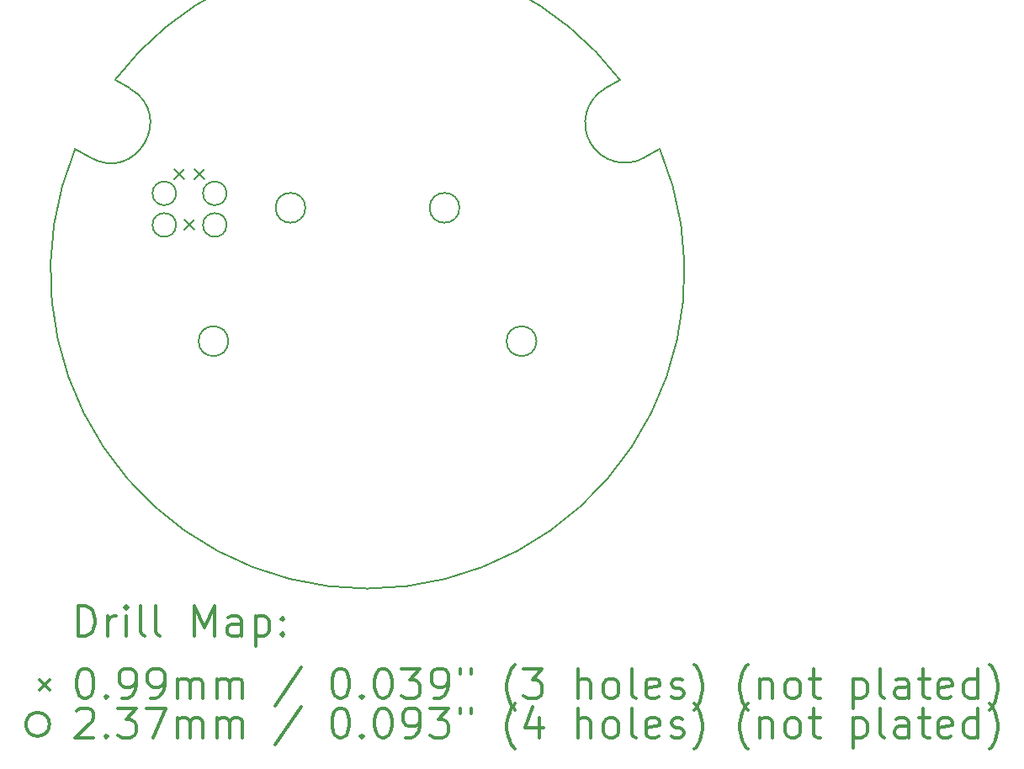
<source format=gbr>
%FSLAX45Y45*%
G04 Gerber Fmt 4.5, Leading zero omitted, Abs format (unit mm)*
G04 Created by KiCad (PCBNEW (5.1.9)-1) date 2024-04-03 16:14:29*
%MOMM*%
%LPD*%
G01*
G04 APERTURE LIST*
%TA.AperFunction,Profile*%
%ADD10C,0.200000*%
%TD*%
%ADD11C,0.200000*%
%ADD12C,0.300000*%
G04 APERTURE END LIST*
D10*
X13512283Y-4923818D02*
G75*
G02*
X18593916Y-4923818I2540816J-1928821D01*
G01*
X18842516Y-5704050D02*
G75*
G02*
X18442516Y-5011229I-200000J346410D01*
G01*
X18993916Y-5616638D02*
X18842516Y-5704049D01*
X14653100Y-7552639D02*
G75*
G03*
X14653100Y-7552639I-150000J0D01*
G01*
X17753100Y-7552639D02*
G75*
G03*
X17753100Y-7552639I-150000J0D01*
G01*
X16978100Y-6210300D02*
G75*
G03*
X16978100Y-6210300I-150000J0D01*
G01*
X15428100Y-6210300D02*
G75*
G03*
X15428100Y-6210300I-150000J0D01*
G01*
X18442516Y-5011229D02*
X18593916Y-4923818D01*
X13512283Y-4923818D02*
X13663684Y-5011229D01*
X18993916Y-5616638D02*
G75*
G02*
X13112283Y-5616638I-2940816J-1236001D01*
G01*
X13263684Y-5704049D02*
X13112283Y-5616638D01*
X13663684Y-5011229D02*
G75*
G02*
X13263684Y-5704049I-200000J-346410D01*
G01*
D11*
X14111270Y-5825209D02*
X14210330Y-5924269D01*
X14210330Y-5825209D02*
X14111270Y-5924269D01*
X14212870Y-6333209D02*
X14311930Y-6432269D01*
X14311930Y-6333209D02*
X14212870Y-6432269D01*
X14314470Y-5825209D02*
X14413530Y-5924269D01*
X14413530Y-5825209D02*
X14314470Y-5924269D01*
X14127145Y-6065239D02*
G75*
G03*
X14127145Y-6065239I-118745J0D01*
G01*
X14127145Y-6382739D02*
G75*
G03*
X14127145Y-6382739I-118745J0D01*
G01*
X14635145Y-6065239D02*
G75*
G03*
X14635145Y-6065239I-118745J0D01*
G01*
X14635145Y-6382739D02*
G75*
G03*
X14635145Y-6382739I-118745J0D01*
G01*
D12*
X13139528Y-10518354D02*
X13139528Y-10218354D01*
X13210957Y-10218354D01*
X13253814Y-10232639D01*
X13282386Y-10261211D01*
X13296671Y-10289782D01*
X13310957Y-10346925D01*
X13310957Y-10389782D01*
X13296671Y-10446925D01*
X13282386Y-10475496D01*
X13253814Y-10504068D01*
X13210957Y-10518354D01*
X13139528Y-10518354D01*
X13439528Y-10518354D02*
X13439528Y-10318354D01*
X13439528Y-10375496D02*
X13453814Y-10346925D01*
X13468100Y-10332639D01*
X13496671Y-10318354D01*
X13525243Y-10318354D01*
X13625243Y-10518354D02*
X13625243Y-10318354D01*
X13625243Y-10218354D02*
X13610957Y-10232639D01*
X13625243Y-10246925D01*
X13639528Y-10232639D01*
X13625243Y-10218354D01*
X13625243Y-10246925D01*
X13810957Y-10518354D02*
X13782386Y-10504068D01*
X13768100Y-10475496D01*
X13768100Y-10218354D01*
X13968100Y-10518354D02*
X13939528Y-10504068D01*
X13925243Y-10475496D01*
X13925243Y-10218354D01*
X14310957Y-10518354D02*
X14310957Y-10218354D01*
X14410957Y-10432639D01*
X14510957Y-10218354D01*
X14510957Y-10518354D01*
X14782386Y-10518354D02*
X14782386Y-10361211D01*
X14768100Y-10332639D01*
X14739528Y-10318354D01*
X14682386Y-10318354D01*
X14653814Y-10332639D01*
X14782386Y-10504068D02*
X14753814Y-10518354D01*
X14682386Y-10518354D01*
X14653814Y-10504068D01*
X14639528Y-10475496D01*
X14639528Y-10446925D01*
X14653814Y-10418354D01*
X14682386Y-10404068D01*
X14753814Y-10404068D01*
X14782386Y-10389782D01*
X14925243Y-10318354D02*
X14925243Y-10618354D01*
X14925243Y-10332639D02*
X14953814Y-10318354D01*
X15010957Y-10318354D01*
X15039528Y-10332639D01*
X15053814Y-10346925D01*
X15068100Y-10375496D01*
X15068100Y-10461211D01*
X15053814Y-10489782D01*
X15039528Y-10504068D01*
X15010957Y-10518354D01*
X14953814Y-10518354D01*
X14925243Y-10504068D01*
X15196671Y-10489782D02*
X15210957Y-10504068D01*
X15196671Y-10518354D01*
X15182386Y-10504068D01*
X15196671Y-10489782D01*
X15196671Y-10518354D01*
X15196671Y-10332639D02*
X15210957Y-10346925D01*
X15196671Y-10361211D01*
X15182386Y-10346925D01*
X15196671Y-10332639D01*
X15196671Y-10361211D01*
X12754040Y-10963109D02*
X12853100Y-11062169D01*
X12853100Y-10963109D02*
X12754040Y-11062169D01*
X13196671Y-10848354D02*
X13225243Y-10848354D01*
X13253814Y-10862639D01*
X13268100Y-10876925D01*
X13282386Y-10905496D01*
X13296671Y-10962639D01*
X13296671Y-11034068D01*
X13282386Y-11091211D01*
X13268100Y-11119782D01*
X13253814Y-11134068D01*
X13225243Y-11148354D01*
X13196671Y-11148354D01*
X13168100Y-11134068D01*
X13153814Y-11119782D01*
X13139528Y-11091211D01*
X13125243Y-11034068D01*
X13125243Y-10962639D01*
X13139528Y-10905496D01*
X13153814Y-10876925D01*
X13168100Y-10862639D01*
X13196671Y-10848354D01*
X13425243Y-11119782D02*
X13439528Y-11134068D01*
X13425243Y-11148354D01*
X13410957Y-11134068D01*
X13425243Y-11119782D01*
X13425243Y-11148354D01*
X13582386Y-11148354D02*
X13639528Y-11148354D01*
X13668100Y-11134068D01*
X13682386Y-11119782D01*
X13710957Y-11076925D01*
X13725243Y-11019782D01*
X13725243Y-10905496D01*
X13710957Y-10876925D01*
X13696671Y-10862639D01*
X13668100Y-10848354D01*
X13610957Y-10848354D01*
X13582386Y-10862639D01*
X13568100Y-10876925D01*
X13553814Y-10905496D01*
X13553814Y-10976925D01*
X13568100Y-11005496D01*
X13582386Y-11019782D01*
X13610957Y-11034068D01*
X13668100Y-11034068D01*
X13696671Y-11019782D01*
X13710957Y-11005496D01*
X13725243Y-10976925D01*
X13868100Y-11148354D02*
X13925243Y-11148354D01*
X13953814Y-11134068D01*
X13968100Y-11119782D01*
X13996671Y-11076925D01*
X14010957Y-11019782D01*
X14010957Y-10905496D01*
X13996671Y-10876925D01*
X13982386Y-10862639D01*
X13953814Y-10848354D01*
X13896671Y-10848354D01*
X13868100Y-10862639D01*
X13853814Y-10876925D01*
X13839528Y-10905496D01*
X13839528Y-10976925D01*
X13853814Y-11005496D01*
X13868100Y-11019782D01*
X13896671Y-11034068D01*
X13953814Y-11034068D01*
X13982386Y-11019782D01*
X13996671Y-11005496D01*
X14010957Y-10976925D01*
X14139528Y-11148354D02*
X14139528Y-10948354D01*
X14139528Y-10976925D02*
X14153814Y-10962639D01*
X14182386Y-10948354D01*
X14225243Y-10948354D01*
X14253814Y-10962639D01*
X14268100Y-10991211D01*
X14268100Y-11148354D01*
X14268100Y-10991211D02*
X14282386Y-10962639D01*
X14310957Y-10948354D01*
X14353814Y-10948354D01*
X14382386Y-10962639D01*
X14396671Y-10991211D01*
X14396671Y-11148354D01*
X14539528Y-11148354D02*
X14539528Y-10948354D01*
X14539528Y-10976925D02*
X14553814Y-10962639D01*
X14582386Y-10948354D01*
X14625243Y-10948354D01*
X14653814Y-10962639D01*
X14668100Y-10991211D01*
X14668100Y-11148354D01*
X14668100Y-10991211D02*
X14682386Y-10962639D01*
X14710957Y-10948354D01*
X14753814Y-10948354D01*
X14782386Y-10962639D01*
X14796671Y-10991211D01*
X14796671Y-11148354D01*
X15382386Y-10834068D02*
X15125243Y-11219782D01*
X15768100Y-10848354D02*
X15796671Y-10848354D01*
X15825243Y-10862639D01*
X15839528Y-10876925D01*
X15853814Y-10905496D01*
X15868100Y-10962639D01*
X15868100Y-11034068D01*
X15853814Y-11091211D01*
X15839528Y-11119782D01*
X15825243Y-11134068D01*
X15796671Y-11148354D01*
X15768100Y-11148354D01*
X15739528Y-11134068D01*
X15725243Y-11119782D01*
X15710957Y-11091211D01*
X15696671Y-11034068D01*
X15696671Y-10962639D01*
X15710957Y-10905496D01*
X15725243Y-10876925D01*
X15739528Y-10862639D01*
X15768100Y-10848354D01*
X15996671Y-11119782D02*
X16010957Y-11134068D01*
X15996671Y-11148354D01*
X15982386Y-11134068D01*
X15996671Y-11119782D01*
X15996671Y-11148354D01*
X16196671Y-10848354D02*
X16225243Y-10848354D01*
X16253814Y-10862639D01*
X16268100Y-10876925D01*
X16282386Y-10905496D01*
X16296671Y-10962639D01*
X16296671Y-11034068D01*
X16282386Y-11091211D01*
X16268100Y-11119782D01*
X16253814Y-11134068D01*
X16225243Y-11148354D01*
X16196671Y-11148354D01*
X16168100Y-11134068D01*
X16153814Y-11119782D01*
X16139528Y-11091211D01*
X16125243Y-11034068D01*
X16125243Y-10962639D01*
X16139528Y-10905496D01*
X16153814Y-10876925D01*
X16168100Y-10862639D01*
X16196671Y-10848354D01*
X16396671Y-10848354D02*
X16582386Y-10848354D01*
X16482386Y-10962639D01*
X16525243Y-10962639D01*
X16553814Y-10976925D01*
X16568100Y-10991211D01*
X16582386Y-11019782D01*
X16582386Y-11091211D01*
X16568100Y-11119782D01*
X16553814Y-11134068D01*
X16525243Y-11148354D01*
X16439528Y-11148354D01*
X16410957Y-11134068D01*
X16396671Y-11119782D01*
X16725243Y-11148354D02*
X16782386Y-11148354D01*
X16810957Y-11134068D01*
X16825243Y-11119782D01*
X16853814Y-11076925D01*
X16868100Y-11019782D01*
X16868100Y-10905496D01*
X16853814Y-10876925D01*
X16839528Y-10862639D01*
X16810957Y-10848354D01*
X16753814Y-10848354D01*
X16725243Y-10862639D01*
X16710957Y-10876925D01*
X16696671Y-10905496D01*
X16696671Y-10976925D01*
X16710957Y-11005496D01*
X16725243Y-11019782D01*
X16753814Y-11034068D01*
X16810957Y-11034068D01*
X16839528Y-11019782D01*
X16853814Y-11005496D01*
X16868100Y-10976925D01*
X16982386Y-10848354D02*
X16982386Y-10905496D01*
X17096671Y-10848354D02*
X17096671Y-10905496D01*
X17539528Y-11262639D02*
X17525243Y-11248353D01*
X17496671Y-11205496D01*
X17482386Y-11176925D01*
X17468100Y-11134068D01*
X17453814Y-11062639D01*
X17453814Y-11005496D01*
X17468100Y-10934068D01*
X17482386Y-10891211D01*
X17496671Y-10862639D01*
X17525243Y-10819782D01*
X17539528Y-10805496D01*
X17625243Y-10848354D02*
X17810957Y-10848354D01*
X17710957Y-10962639D01*
X17753814Y-10962639D01*
X17782386Y-10976925D01*
X17796671Y-10991211D01*
X17810957Y-11019782D01*
X17810957Y-11091211D01*
X17796671Y-11119782D01*
X17782386Y-11134068D01*
X17753814Y-11148354D01*
X17668100Y-11148354D01*
X17639528Y-11134068D01*
X17625243Y-11119782D01*
X18168100Y-11148354D02*
X18168100Y-10848354D01*
X18296671Y-11148354D02*
X18296671Y-10991211D01*
X18282386Y-10962639D01*
X18253814Y-10948354D01*
X18210957Y-10948354D01*
X18182386Y-10962639D01*
X18168100Y-10976925D01*
X18482386Y-11148354D02*
X18453814Y-11134068D01*
X18439528Y-11119782D01*
X18425243Y-11091211D01*
X18425243Y-11005496D01*
X18439528Y-10976925D01*
X18453814Y-10962639D01*
X18482386Y-10948354D01*
X18525243Y-10948354D01*
X18553814Y-10962639D01*
X18568100Y-10976925D01*
X18582386Y-11005496D01*
X18582386Y-11091211D01*
X18568100Y-11119782D01*
X18553814Y-11134068D01*
X18525243Y-11148354D01*
X18482386Y-11148354D01*
X18753814Y-11148354D02*
X18725243Y-11134068D01*
X18710957Y-11105496D01*
X18710957Y-10848354D01*
X18982386Y-11134068D02*
X18953814Y-11148354D01*
X18896671Y-11148354D01*
X18868100Y-11134068D01*
X18853814Y-11105496D01*
X18853814Y-10991211D01*
X18868100Y-10962639D01*
X18896671Y-10948354D01*
X18953814Y-10948354D01*
X18982386Y-10962639D01*
X18996671Y-10991211D01*
X18996671Y-11019782D01*
X18853814Y-11048354D01*
X19110957Y-11134068D02*
X19139528Y-11148354D01*
X19196671Y-11148354D01*
X19225243Y-11134068D01*
X19239528Y-11105496D01*
X19239528Y-11091211D01*
X19225243Y-11062639D01*
X19196671Y-11048354D01*
X19153814Y-11048354D01*
X19125243Y-11034068D01*
X19110957Y-11005496D01*
X19110957Y-10991211D01*
X19125243Y-10962639D01*
X19153814Y-10948354D01*
X19196671Y-10948354D01*
X19225243Y-10962639D01*
X19339528Y-11262639D02*
X19353814Y-11248353D01*
X19382386Y-11205496D01*
X19396671Y-11176925D01*
X19410957Y-11134068D01*
X19425243Y-11062639D01*
X19425243Y-11005496D01*
X19410957Y-10934068D01*
X19396671Y-10891211D01*
X19382386Y-10862639D01*
X19353814Y-10819782D01*
X19339528Y-10805496D01*
X19882386Y-11262639D02*
X19868100Y-11248353D01*
X19839528Y-11205496D01*
X19825243Y-11176925D01*
X19810957Y-11134068D01*
X19796671Y-11062639D01*
X19796671Y-11005496D01*
X19810957Y-10934068D01*
X19825243Y-10891211D01*
X19839528Y-10862639D01*
X19868100Y-10819782D01*
X19882386Y-10805496D01*
X19996671Y-10948354D02*
X19996671Y-11148354D01*
X19996671Y-10976925D02*
X20010957Y-10962639D01*
X20039528Y-10948354D01*
X20082386Y-10948354D01*
X20110957Y-10962639D01*
X20125243Y-10991211D01*
X20125243Y-11148354D01*
X20310957Y-11148354D02*
X20282386Y-11134068D01*
X20268100Y-11119782D01*
X20253814Y-11091211D01*
X20253814Y-11005496D01*
X20268100Y-10976925D01*
X20282386Y-10962639D01*
X20310957Y-10948354D01*
X20353814Y-10948354D01*
X20382386Y-10962639D01*
X20396671Y-10976925D01*
X20410957Y-11005496D01*
X20410957Y-11091211D01*
X20396671Y-11119782D01*
X20382386Y-11134068D01*
X20353814Y-11148354D01*
X20310957Y-11148354D01*
X20496671Y-10948354D02*
X20610957Y-10948354D01*
X20539528Y-10848354D02*
X20539528Y-11105496D01*
X20553814Y-11134068D01*
X20582386Y-11148354D01*
X20610957Y-11148354D01*
X20939528Y-10948354D02*
X20939528Y-11248353D01*
X20939528Y-10962639D02*
X20968100Y-10948354D01*
X21025243Y-10948354D01*
X21053814Y-10962639D01*
X21068100Y-10976925D01*
X21082386Y-11005496D01*
X21082386Y-11091211D01*
X21068100Y-11119782D01*
X21053814Y-11134068D01*
X21025243Y-11148354D01*
X20968100Y-11148354D01*
X20939528Y-11134068D01*
X21253814Y-11148354D02*
X21225243Y-11134068D01*
X21210957Y-11105496D01*
X21210957Y-10848354D01*
X21496671Y-11148354D02*
X21496671Y-10991211D01*
X21482386Y-10962639D01*
X21453814Y-10948354D01*
X21396671Y-10948354D01*
X21368100Y-10962639D01*
X21496671Y-11134068D02*
X21468100Y-11148354D01*
X21396671Y-11148354D01*
X21368100Y-11134068D01*
X21353814Y-11105496D01*
X21353814Y-11076925D01*
X21368100Y-11048354D01*
X21396671Y-11034068D01*
X21468100Y-11034068D01*
X21496671Y-11019782D01*
X21596671Y-10948354D02*
X21710957Y-10948354D01*
X21639528Y-10848354D02*
X21639528Y-11105496D01*
X21653814Y-11134068D01*
X21682386Y-11148354D01*
X21710957Y-11148354D01*
X21925243Y-11134068D02*
X21896671Y-11148354D01*
X21839528Y-11148354D01*
X21810957Y-11134068D01*
X21796671Y-11105496D01*
X21796671Y-10991211D01*
X21810957Y-10962639D01*
X21839528Y-10948354D01*
X21896671Y-10948354D01*
X21925243Y-10962639D01*
X21939528Y-10991211D01*
X21939528Y-11019782D01*
X21796671Y-11048354D01*
X22196671Y-11148354D02*
X22196671Y-10848354D01*
X22196671Y-11134068D02*
X22168100Y-11148354D01*
X22110957Y-11148354D01*
X22082386Y-11134068D01*
X22068100Y-11119782D01*
X22053814Y-11091211D01*
X22053814Y-11005496D01*
X22068100Y-10976925D01*
X22082386Y-10962639D01*
X22110957Y-10948354D01*
X22168100Y-10948354D01*
X22196671Y-10962639D01*
X22310957Y-11262639D02*
X22325243Y-11248353D01*
X22353814Y-11205496D01*
X22368100Y-11176925D01*
X22382386Y-11134068D01*
X22396671Y-11062639D01*
X22396671Y-11005496D01*
X22382386Y-10934068D01*
X22368100Y-10891211D01*
X22353814Y-10862639D01*
X22325243Y-10819782D01*
X22310957Y-10805496D01*
X12853100Y-11408639D02*
G75*
G03*
X12853100Y-11408639I-118745J0D01*
G01*
X13125243Y-11272925D02*
X13139528Y-11258639D01*
X13168100Y-11244353D01*
X13239528Y-11244353D01*
X13268100Y-11258639D01*
X13282386Y-11272925D01*
X13296671Y-11301496D01*
X13296671Y-11330068D01*
X13282386Y-11372925D01*
X13110957Y-11544353D01*
X13296671Y-11544353D01*
X13425243Y-11515782D02*
X13439528Y-11530068D01*
X13425243Y-11544353D01*
X13410957Y-11530068D01*
X13425243Y-11515782D01*
X13425243Y-11544353D01*
X13539528Y-11244353D02*
X13725243Y-11244353D01*
X13625243Y-11358639D01*
X13668100Y-11358639D01*
X13696671Y-11372925D01*
X13710957Y-11387211D01*
X13725243Y-11415782D01*
X13725243Y-11487211D01*
X13710957Y-11515782D01*
X13696671Y-11530068D01*
X13668100Y-11544353D01*
X13582386Y-11544353D01*
X13553814Y-11530068D01*
X13539528Y-11515782D01*
X13825243Y-11244353D02*
X14025243Y-11244353D01*
X13896671Y-11544353D01*
X14139528Y-11544353D02*
X14139528Y-11344353D01*
X14139528Y-11372925D02*
X14153814Y-11358639D01*
X14182386Y-11344353D01*
X14225243Y-11344353D01*
X14253814Y-11358639D01*
X14268100Y-11387211D01*
X14268100Y-11544353D01*
X14268100Y-11387211D02*
X14282386Y-11358639D01*
X14310957Y-11344353D01*
X14353814Y-11344353D01*
X14382386Y-11358639D01*
X14396671Y-11387211D01*
X14396671Y-11544353D01*
X14539528Y-11544353D02*
X14539528Y-11344353D01*
X14539528Y-11372925D02*
X14553814Y-11358639D01*
X14582386Y-11344353D01*
X14625243Y-11344353D01*
X14653814Y-11358639D01*
X14668100Y-11387211D01*
X14668100Y-11544353D01*
X14668100Y-11387211D02*
X14682386Y-11358639D01*
X14710957Y-11344353D01*
X14753814Y-11344353D01*
X14782386Y-11358639D01*
X14796671Y-11387211D01*
X14796671Y-11544353D01*
X15382386Y-11230068D02*
X15125243Y-11615782D01*
X15768100Y-11244353D02*
X15796671Y-11244353D01*
X15825243Y-11258639D01*
X15839528Y-11272925D01*
X15853814Y-11301496D01*
X15868100Y-11358639D01*
X15868100Y-11430068D01*
X15853814Y-11487211D01*
X15839528Y-11515782D01*
X15825243Y-11530068D01*
X15796671Y-11544353D01*
X15768100Y-11544353D01*
X15739528Y-11530068D01*
X15725243Y-11515782D01*
X15710957Y-11487211D01*
X15696671Y-11430068D01*
X15696671Y-11358639D01*
X15710957Y-11301496D01*
X15725243Y-11272925D01*
X15739528Y-11258639D01*
X15768100Y-11244353D01*
X15996671Y-11515782D02*
X16010957Y-11530068D01*
X15996671Y-11544353D01*
X15982386Y-11530068D01*
X15996671Y-11515782D01*
X15996671Y-11544353D01*
X16196671Y-11244353D02*
X16225243Y-11244353D01*
X16253814Y-11258639D01*
X16268100Y-11272925D01*
X16282386Y-11301496D01*
X16296671Y-11358639D01*
X16296671Y-11430068D01*
X16282386Y-11487211D01*
X16268100Y-11515782D01*
X16253814Y-11530068D01*
X16225243Y-11544353D01*
X16196671Y-11544353D01*
X16168100Y-11530068D01*
X16153814Y-11515782D01*
X16139528Y-11487211D01*
X16125243Y-11430068D01*
X16125243Y-11358639D01*
X16139528Y-11301496D01*
X16153814Y-11272925D01*
X16168100Y-11258639D01*
X16196671Y-11244353D01*
X16439528Y-11544353D02*
X16496671Y-11544353D01*
X16525243Y-11530068D01*
X16539528Y-11515782D01*
X16568100Y-11472925D01*
X16582386Y-11415782D01*
X16582386Y-11301496D01*
X16568100Y-11272925D01*
X16553814Y-11258639D01*
X16525243Y-11244353D01*
X16468100Y-11244353D01*
X16439528Y-11258639D01*
X16425243Y-11272925D01*
X16410957Y-11301496D01*
X16410957Y-11372925D01*
X16425243Y-11401496D01*
X16439528Y-11415782D01*
X16468100Y-11430068D01*
X16525243Y-11430068D01*
X16553814Y-11415782D01*
X16568100Y-11401496D01*
X16582386Y-11372925D01*
X16682386Y-11244353D02*
X16868100Y-11244353D01*
X16768100Y-11358639D01*
X16810957Y-11358639D01*
X16839528Y-11372925D01*
X16853814Y-11387211D01*
X16868100Y-11415782D01*
X16868100Y-11487211D01*
X16853814Y-11515782D01*
X16839528Y-11530068D01*
X16810957Y-11544353D01*
X16725243Y-11544353D01*
X16696671Y-11530068D01*
X16682386Y-11515782D01*
X16982386Y-11244353D02*
X16982386Y-11301496D01*
X17096671Y-11244353D02*
X17096671Y-11301496D01*
X17539528Y-11658639D02*
X17525243Y-11644353D01*
X17496671Y-11601496D01*
X17482386Y-11572925D01*
X17468100Y-11530068D01*
X17453814Y-11458639D01*
X17453814Y-11401496D01*
X17468100Y-11330068D01*
X17482386Y-11287211D01*
X17496671Y-11258639D01*
X17525243Y-11215782D01*
X17539528Y-11201496D01*
X17782386Y-11344353D02*
X17782386Y-11544353D01*
X17710957Y-11230068D02*
X17639528Y-11444353D01*
X17825243Y-11444353D01*
X18168100Y-11544353D02*
X18168100Y-11244353D01*
X18296671Y-11544353D02*
X18296671Y-11387211D01*
X18282386Y-11358639D01*
X18253814Y-11344353D01*
X18210957Y-11344353D01*
X18182386Y-11358639D01*
X18168100Y-11372925D01*
X18482386Y-11544353D02*
X18453814Y-11530068D01*
X18439528Y-11515782D01*
X18425243Y-11487211D01*
X18425243Y-11401496D01*
X18439528Y-11372925D01*
X18453814Y-11358639D01*
X18482386Y-11344353D01*
X18525243Y-11344353D01*
X18553814Y-11358639D01*
X18568100Y-11372925D01*
X18582386Y-11401496D01*
X18582386Y-11487211D01*
X18568100Y-11515782D01*
X18553814Y-11530068D01*
X18525243Y-11544353D01*
X18482386Y-11544353D01*
X18753814Y-11544353D02*
X18725243Y-11530068D01*
X18710957Y-11501496D01*
X18710957Y-11244353D01*
X18982386Y-11530068D02*
X18953814Y-11544353D01*
X18896671Y-11544353D01*
X18868100Y-11530068D01*
X18853814Y-11501496D01*
X18853814Y-11387211D01*
X18868100Y-11358639D01*
X18896671Y-11344353D01*
X18953814Y-11344353D01*
X18982386Y-11358639D01*
X18996671Y-11387211D01*
X18996671Y-11415782D01*
X18853814Y-11444353D01*
X19110957Y-11530068D02*
X19139528Y-11544353D01*
X19196671Y-11544353D01*
X19225243Y-11530068D01*
X19239528Y-11501496D01*
X19239528Y-11487211D01*
X19225243Y-11458639D01*
X19196671Y-11444353D01*
X19153814Y-11444353D01*
X19125243Y-11430068D01*
X19110957Y-11401496D01*
X19110957Y-11387211D01*
X19125243Y-11358639D01*
X19153814Y-11344353D01*
X19196671Y-11344353D01*
X19225243Y-11358639D01*
X19339528Y-11658639D02*
X19353814Y-11644353D01*
X19382386Y-11601496D01*
X19396671Y-11572925D01*
X19410957Y-11530068D01*
X19425243Y-11458639D01*
X19425243Y-11401496D01*
X19410957Y-11330068D01*
X19396671Y-11287211D01*
X19382386Y-11258639D01*
X19353814Y-11215782D01*
X19339528Y-11201496D01*
X19882386Y-11658639D02*
X19868100Y-11644353D01*
X19839528Y-11601496D01*
X19825243Y-11572925D01*
X19810957Y-11530068D01*
X19796671Y-11458639D01*
X19796671Y-11401496D01*
X19810957Y-11330068D01*
X19825243Y-11287211D01*
X19839528Y-11258639D01*
X19868100Y-11215782D01*
X19882386Y-11201496D01*
X19996671Y-11344353D02*
X19996671Y-11544353D01*
X19996671Y-11372925D02*
X20010957Y-11358639D01*
X20039528Y-11344353D01*
X20082386Y-11344353D01*
X20110957Y-11358639D01*
X20125243Y-11387211D01*
X20125243Y-11544353D01*
X20310957Y-11544353D02*
X20282386Y-11530068D01*
X20268100Y-11515782D01*
X20253814Y-11487211D01*
X20253814Y-11401496D01*
X20268100Y-11372925D01*
X20282386Y-11358639D01*
X20310957Y-11344353D01*
X20353814Y-11344353D01*
X20382386Y-11358639D01*
X20396671Y-11372925D01*
X20410957Y-11401496D01*
X20410957Y-11487211D01*
X20396671Y-11515782D01*
X20382386Y-11530068D01*
X20353814Y-11544353D01*
X20310957Y-11544353D01*
X20496671Y-11344353D02*
X20610957Y-11344353D01*
X20539528Y-11244353D02*
X20539528Y-11501496D01*
X20553814Y-11530068D01*
X20582386Y-11544353D01*
X20610957Y-11544353D01*
X20939528Y-11344353D02*
X20939528Y-11644353D01*
X20939528Y-11358639D02*
X20968100Y-11344353D01*
X21025243Y-11344353D01*
X21053814Y-11358639D01*
X21068100Y-11372925D01*
X21082386Y-11401496D01*
X21082386Y-11487211D01*
X21068100Y-11515782D01*
X21053814Y-11530068D01*
X21025243Y-11544353D01*
X20968100Y-11544353D01*
X20939528Y-11530068D01*
X21253814Y-11544353D02*
X21225243Y-11530068D01*
X21210957Y-11501496D01*
X21210957Y-11244353D01*
X21496671Y-11544353D02*
X21496671Y-11387211D01*
X21482386Y-11358639D01*
X21453814Y-11344353D01*
X21396671Y-11344353D01*
X21368100Y-11358639D01*
X21496671Y-11530068D02*
X21468100Y-11544353D01*
X21396671Y-11544353D01*
X21368100Y-11530068D01*
X21353814Y-11501496D01*
X21353814Y-11472925D01*
X21368100Y-11444353D01*
X21396671Y-11430068D01*
X21468100Y-11430068D01*
X21496671Y-11415782D01*
X21596671Y-11344353D02*
X21710957Y-11344353D01*
X21639528Y-11244353D02*
X21639528Y-11501496D01*
X21653814Y-11530068D01*
X21682386Y-11544353D01*
X21710957Y-11544353D01*
X21925243Y-11530068D02*
X21896671Y-11544353D01*
X21839528Y-11544353D01*
X21810957Y-11530068D01*
X21796671Y-11501496D01*
X21796671Y-11387211D01*
X21810957Y-11358639D01*
X21839528Y-11344353D01*
X21896671Y-11344353D01*
X21925243Y-11358639D01*
X21939528Y-11387211D01*
X21939528Y-11415782D01*
X21796671Y-11444353D01*
X22196671Y-11544353D02*
X22196671Y-11244353D01*
X22196671Y-11530068D02*
X22168100Y-11544353D01*
X22110957Y-11544353D01*
X22082386Y-11530068D01*
X22068100Y-11515782D01*
X22053814Y-11487211D01*
X22053814Y-11401496D01*
X22068100Y-11372925D01*
X22082386Y-11358639D01*
X22110957Y-11344353D01*
X22168100Y-11344353D01*
X22196671Y-11358639D01*
X22310957Y-11658639D02*
X22325243Y-11644353D01*
X22353814Y-11601496D01*
X22368100Y-11572925D01*
X22382386Y-11530068D01*
X22396671Y-11458639D01*
X22396671Y-11401496D01*
X22382386Y-11330068D01*
X22368100Y-11287211D01*
X22353814Y-11258639D01*
X22325243Y-11215782D01*
X22310957Y-11201496D01*
M02*

</source>
